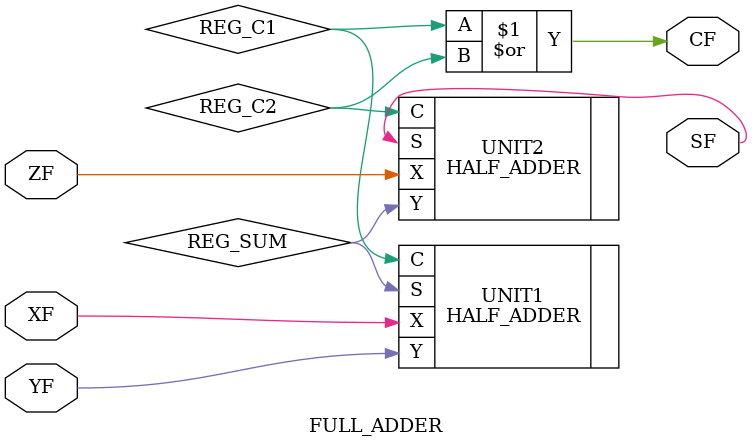
<source format=v>

module FULL_ADDER(
	XF,YF,ZF,SF,CF
);

input XF,YF,ZF;
output SF,CF;


wire REG_SUM;
wire REG_C1, REG_C2;

HALF_ADDER UNIT1(.X(XF),.Y(YF),.S(REG_SUM),.C(REG_C1));
HALF_ADDER UNIT2(.X(ZF),.Y(REG_SUM),.S(SF),.C(REG_C2));

assign CF = REG_C1 | REG_C2;

endmodule
</source>
